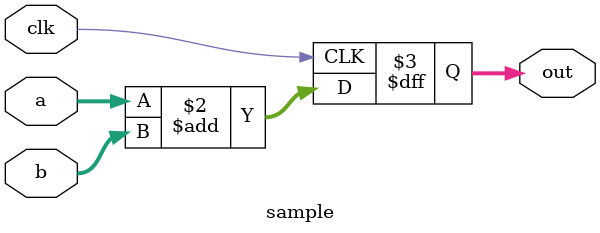
<source format=v>
module sample (
  input wire clk,
  input wire [3:0] a, b,
  output reg [3:0] out
);
  always @(posedge clk) begin
    out <= a + b;  // Combinational logic example
  end
endmodule
</source>
